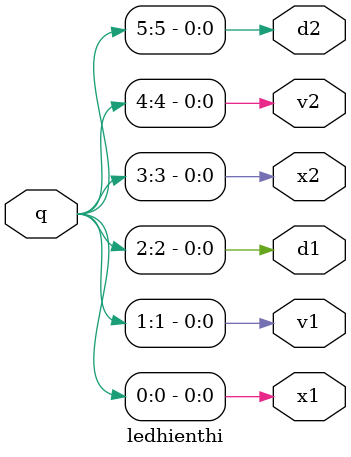
<source format=v>
module ledhienthi
	(
    input [5:0] q,
    output x1,v1,d1,x2,v2,d2
    );
	 
	assign x1 = q[0];
	assign v1 = q[1];
	assign d1 = q[2];
	assign x2 = q[3];
	assign v2 = q[4];
	assign d2 = q[5];

endmodule

</source>
